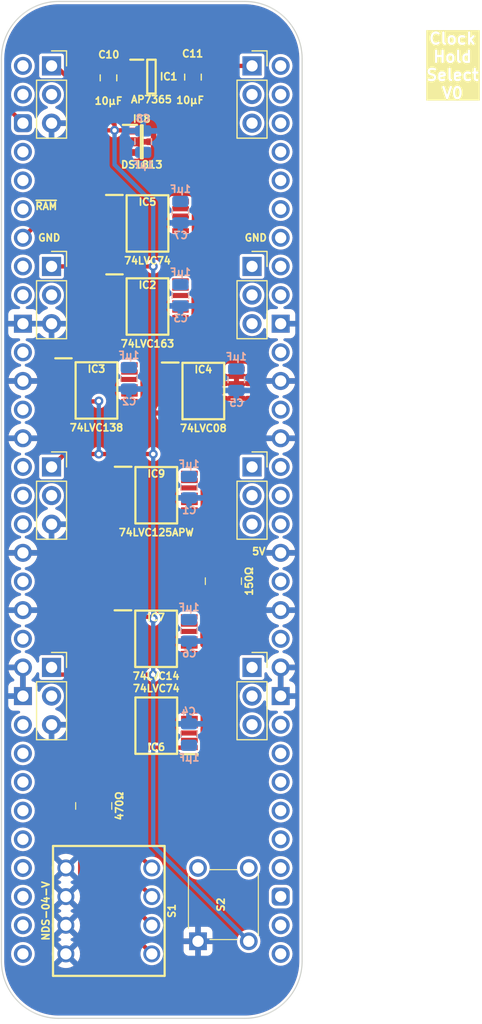
<source format=kicad_pcb>
(kicad_pcb (version 20221018) (generator pcbnew)
  (layers (0 "F.Cu" signal) (31 "B.Cu" signal) (36 "B.SilkS" user "B.Silkscreen") (37 "F.SilkS" user "F.Silkscreen") (38 "B.Mask" user) (39 "F.Mask" user) (44 "Edge.Cuts" user))
  (net 0 "")
  (net 1 "/5V")
  (net 2 "/GND")
  (net 3 "/3.3V")
  (net 5 "/~{Reset}_{2}")
  (net 19 "/CLK_{2}")
  (net 22 "/C1")
  (net 23 "/C0")
  (net 25 "/~{Reset}")
  (net 30 "/~{Y3}")
  (net 31 "/~{Y2}")
  (net 32 "/~{Y1}")
  (net 33 "/~{Y0}")
  (net 34 "/~{Y0}·~{Y2}")
  (net 35 "/~{Y1}·~{Y3}")
  (net 38 "/~{Q}_{0}")
  (net 40 "/~{Q}_{1}")
  (net 42 "/~{Q}_{2}")
  (net 44 "/~{Q}_{3}")
  (net 46 "/Reset")
  (net 49 "/~{CLK}")
  (net 50 "/CLK")
  (net 64 "/CLK1")
  (net 65 "/CLK2")
  (net 66 "/CLK3")
  (net 67 "/R1")
  (net 68 "/R2")
  (net 69 "/R3")
  (net 70 "/R4")
  (net 91 "/~{Reset}_{OUT}")
  (net 93 "Net-(IC9-1Y)")
  (net 94 "Net-(IC9-2Y)")
  (net 95 "Net-(IC9-3Y)")
  (net 96 "Net-(IC9-4Y)")
  (net 97 "/CLK4")
  (footprint "SamacSys_Parts:C_0805" (layer "F.Cu") (at 96.49 59.497)
    (fp_text reference "C10" (at 0.027 -2.075) (layer "F.SilkS") (effects (font (size 0.635 0.635))))
    (fp_text value "10µF" (at 0 2.032) (layer "F.SilkS") (effects (font (size 0.635 0.635))))
    (pad "1" smd roundrect (at 0 0.934 90) (size 1 1.45) (layers "F.Cu" "F.Paste" "F.Mask") (net 1 "/5V"))
    (pad "2" smd roundrect (at 0 -0.966 90) (size 1 1.45) (layers "F.Cu" "F.Paste" "F.Mask") (net 2 "/GND"))
  )
  (footprint "Connector_PinSocket_2.54mm:PinSocket_1x03_P2.54mm_Vertical" (layer "F.Cu") (at 109.22 93.98)
    (fp_text reference "J7" hide)
    (fp_text value "Conn_01x03_Socket")
    (pad "1" thru_hole rect (at 0 0) (size 1.7 1.7) (drill 1) (layers "*.Cu" "*.Mask") (net 3 "/3.3V"))
    (pad "2" thru_hole oval (at 0 2.54) (size 1.7 1.7) (drill 1) (layers "*.Cu" "*.Mask"))
    (pad "3" thru_hole oval (at 0 5.08) (size 1.7 1.7) (drill 1) (layers "*.Cu" "*.Mask") (net 66 "/CLK3"))
  )
  (footprint "SamacSys_Parts:SOT95P285X130-5N" (layer "F.Cu") (at 100.3 59.37)
    (fp_text reference "IC1" (at 1.524 0) (layer "F.SilkS") (effects (font (size 0.635 0.635))))
    (fp_text value "AP7365-33WG-7" hide)
    (fp_text user "${Silkscreen}" (at 0 2.032) (layer "F.SilkS") (effects (font (size 0.635 0.635))))
    (pad "1" smd rect (at -1.3 -0.95 90) (size 0.6 1.15) (layers "F.Cu" "F.Paste" "F.Mask") (net 1 "/5V"))
    (pad "2" smd rect (at -1.3 0 90) (size 0.6 1.15) (layers "F.Cu" "F.Paste" "F.Mask") (net 2 "/GND"))
    (pad "3" smd rect (at -1.3 0.95 90) (size 0.6 1.15) (layers "F.Cu" "F.Paste" "F.Mask") (net 1 "/5V"))
    (pad "4" smd rect (at 1.3 0.95 90) (size 0.6 1.15) (layers "F.Cu" "F.Paste" "F.Mask"))
    (pad "5" smd rect (at 1.3 -0.95 90) (size 0.6 1.15) (layers "F.Cu" "F.Paste" "F.Mask") (net 3 "/3.3V"))
  )
  (footprint "SamacSys_Parts:DIP-64_Board_W22.86mm" (layer "F.Cu") (at 88.9 58.42)
    (fp_text reference "J1" hide)
    (fp_text value "Conn_02x32_Counter_Clockwise")
    (fp_line (start -1.905 -0.635) (end -1.905 79.375) (stroke (width 0.1)) (layer "Edge.Cuts"))
    (fp_line (start 19.685 -5.715) (end 3.175 -5.715) (stroke (width 0.1)) (layer "Edge.Cuts"))
    (fp_line (start 19.685 84.455) (end 3.175 84.455) (stroke (width 0.1)) (layer "Edge.Cuts"))
    (fp_line (start 24.765 79.375) (end 24.765 -0.635) (stroke (width 0.1)) (layer "Edge.Cuts"))
    (fp_arc (start -1.905 -0.635) (mid -0.417102 -4.227102) (end 3.175 -5.715) (stroke (width 0.1)) (layer "Edge.Cuts"))
    (fp_arc (start 3.175 84.455) (mid -0.417102 82.967102) (end -1.905 79.375) (stroke (width 0.1)) (layer "Edge.Cuts"))
    (fp_arc (start 19.685 -5.715) (mid 23.277102 -4.227102) (end 24.765 -0.635) (stroke (width 0.1)) (layer "Edge.Cuts"))
    (fp_arc (start 24.765 79.375) (mid 23.277102 82.967102) (end 19.685 84.455) (stroke (width 0.1)) (layer "Edge.Cuts"))
    (pad "1" thru_hole oval (at 0 0) (size 1.6 1.6) (drill 1) (layers "*.Cu" "*.Mask"))
    (pad "2" thru_hole oval (at 0 2.54) (size 1.6 1.6) (drill 1) (layers "*.Cu" "*.Mask"))
    (pad "3" thru_hole roundrect (at 0 5.08) (size 1.6 1.6) (drill 1) (layers "*.Cu" "*.Mask") (net 1 "/5V"))
    (pad "4" thru_hole oval (at 0 7.62) (size 1.6 1.6) (drill 1) (layers "*.Cu" "*.Mask"))
    (pad "5" thru_hole oval (at 0 10.16) (size 1.6 1.6) (drill 1) (layers "*.Cu" "*.Mask"))
    (pad "6" thru_hole oval (at 0 12.7) (size 1.6 1.6) (drill 1) (layers "*.Cu" "*.Mask"))
    (pad "7" thru_hole oval (at 0 15.24) (size 1.6 1.6) (drill 1) (layers "*.Cu" "*.Mask") (net 91 "/~{Reset}_{OUT}"))
    (pad "8" thru_hole oval (at 0 17.78) (size 1.6 1.6) (drill 1) (layers "*.Cu" "*.Mask"))
    (pad "9" thru_hole oval (at 0 20.32) (size 1.6 1.6) (drill 1) (layers "*.Cu" "*.Mask"))
    (pad "10" thru_hole rect (at 0 22.86) (size 1.6 1.6) (drill 1) (layers "*.Cu" "*.Mask") (net 2 "/GND"))
    (pad "11" thru_hole oval (at 0 25.4) (size 1.6 1.6) (drill 1) (layers "*.Cu" "*.Mask") (net 38 "/~{Q}_{0}"))
    (pad "12" thru_hole oval (at 0 27.94) (size 1.6 1.6) (drill 1) (layers "*.Cu" "*.Mask") (net 2 "/GND"))
    (pad "13" thru_hole oval (at 0 30.48) (size 1.6 1.6) (drill 1) (layers "*.Cu" "*.Mask") (net 33 "/~{Y0}"))
    (pad "14" thru_hole oval (at 0 33.02) (size 1.6 1.6) (drill 1) (layers "*.Cu" "*.Mask") (net 2 "/GND"))
    (pad "15" thru_hole oval (at 0 35.56) (size 1.6 1.6) (drill 1) (layers "*.Cu" "*.Mask"))
    (pad "16" thru_hole oval (at 0 38.1) (size 1.6 1.6) (drill 1) (layers "*.Cu" "*.Mask"))
    (pad "17" thru_hole oval (at 0 40.64) (size 1.6 1.6) (drill 1) (layers "*.Cu" "*.Mask"))
    (pad "18" thru_hole oval (at 0 43.18) (size 1.6 1.6) (drill 1) (layers "*.Cu" "*.Mask") (net 2 "/GND"))
    (pad "19" thru_hole oval (at 0 45.72) (size 1.6 1.6) (drill 1) (layers "*.Cu" "*.Mask") (net 30 "/~{Y3}"))
    (pad "20" thru_hole oval (at 0 48.26) (size 1.6 1.6) (drill 1) (layers "*.Cu" "*.Mask") (net 2 "/GND"))
    (pad "21" thru_hole oval (at 0 50.8) (size 1.6 1.6) (drill 1) (layers "*.Cu" "*.Mask") (net 44 "/~{Q}_{3}"))
    (pad "22" thru_hole oval (at 0 53.34) (size 1.6 1.6) (drill 1) (layers "*.Cu" "*.Mask") (net 2 "/GND"))
    (pad "23" thru_hole rect (at 0 55.88) (size 1.6 1.6) (drill 1) (layers "*.Cu" "*.Mask") (net 2 "/GND"))
    (pad "24" thru_hole oval (at 0 58.42) (size 1.6 1.6) (drill 1) (layers "*.Cu" "*.Mask"))
    (pad "25" thru_hole oval (at 0 60.96) (size 1.6 1.6) (drill 1) (layers "*.Cu" "*.Mask"))
    (pad "26" thru_hole oval (at 0 63.5) (size 1.6 1.6) (drill 1) (layers "*.Cu" "*.Mask"))
    (pad "27" thru_hole oval (at 0 66.04) (size 1.6 1.6) (drill 1) (layers "*.Cu" "*.Mask"))
    (pad "28" thru_hole oval (at 0 68.58) (size 1.6 1.6) (drill 1) (layers "*.Cu" "*.Mask"))
    (pad "29" thru_hole oval (at 0 71.12) (size 1.6 1.6) (drill 1) (layers "*.Cu" "*.Mask"))
    (pad "30" thru_hole oval (at 0 73.66) (size 1.6 1.6) (drill 1) (layers "*.Cu" "*.Mask"))
    (pad "31" thru_hole oval (at 0 76.2) (size 1.6 1.6) (drill 1) (layers "*.Cu" "*.Mask"))
    (pad "32" thru_hole oval (at 0 78.74) (size 1.6 1.6) (drill 1) (layers "*.Cu" "*.Mask"))
    (pad "33" thru_hole oval (at 22.86 78.74) (size 1.6 1.6) (drill 1) (layers "*.Cu" "*.Mask"))
    (pad "34" thru_hole oval (at 22.86 76.2) (size 1.6 1.6) (drill 1) (layers "*.Cu" "*.Mask"))
    (pad "35" thru_hole roundrect (at 22.86 73.66) (size 1.6 1.6) (drill 1) (layers "*.Cu" "*.Mask") (net 1 "/5V"))
    (pad "36" thru_hole oval (at 22.86 71.12) (size 1.6 1.6) (drill 1) (layers "*.Cu" "*.Mask"))
    (pad "37" thru_hole oval (at 22.86 68.58) (size 1.6 1.6) (drill 1) (layers "*.Cu" "*.Mask"))
    (pad "38" thru_hole oval (at 22.86 66.04) (size 1.6 1.6) (drill 1) (layers "*.Cu" "*.Mask"))
    (pad "39" thru_hole oval (at 22.86 63.5) (size 1.6 1.6) (drill 1) (layers "*.Cu" "*.Mask"))
    (pad "40" thru_hole oval (at 22.86 60.96) (size 1.6 1.6) (drill 1) (layers "*.Cu" "*.Mask"))
    (pad "41" thru_hole oval (at 22.86 58.42) (size 1.6 1.6) (drill 1) (layers "*.Cu" "*.Mask"))
    (pad "42" thru_hole rect (at 22.86 55.88) (size 1.6 1.6) (drill 1) (layers "*.Cu" "*.Mask") (net 2 "/GND"))
    (pad "43" thru_hole oval (at 22.86 53.34) (size 1.6 1.6) (drill 1) (layers "*.Cu" "*.Mask") (net 2 "/GND"))
    (pad "44" thru_hole oval (at 22.86 50.8) (size 1.6 1.6) (drill 1) (layers "*.Cu" "*.Mask") (net 42 "/~{Q}_{2}"))
    (pad "45" thru_hole oval (at 22.86 48.26) (size 1.6 1.6) (drill 1) (layers "*.Cu" "*.Mask") (net 2 "/GND"))
    (pad "46" thru_hole oval (at 22.86 45.72) (size 1.6 1.6) (drill 1) (layers "*.Cu" "*.Mask") (net 31 "/~{Y2}"))
    (pad "47" thru_hole oval (at 22.86 43.18) (size 1.6 1.6) (drill 1) (layers "*.Cu" "*.Mask") (net 2 "/GND"))
    (pad "48" thru_hole oval (at 22.86 40.64) (size 1.6 1.6) (drill 1) (layers "*.Cu" "*.Mask"))
    (pad "49" thru_hole oval (at 22.86 38.1) (size 1.6 1.6) (drill 1) (layers "*.Cu" "*.Mask"))
    (pad "50" thru_hole oval (at 22.86 35.56) (size 1.6 1.6) (drill 1) (layers "*.Cu" "*.Mask"))
    (pad "51" thru_hole oval (at 22.86 33.02) (size 1.6 1.6) (drill 1) (layers "*.Cu" "*.Mask") (net 2 "/GND"))
    (pad "52" thru_hole oval (at 22.86 30.48) (size 1.6 1.6) (drill 1) (layers "*.Cu" "*.Mask") (net 32 "/~{Y1}"))
    (pad "53" thru_hole oval (at 22.86 27.94) (size 1.6 1.6) (drill 1) (layers "*.Cu" "*.Mask") (net 2 "/GND"))
    (pad "54" thru_hole oval (at 22.86 25.4) (size 1.6 1.6) (drill 1) (layers "*.Cu" "*.Mask") (net 40 "/~{Q}_{1}"))
    (pad "55" thru_hole rect (at 22.86 22.86) (size 1.6 1.6) (drill 1) (layers "*.Cu" "*.Mask") (net 2 "/GND"))
    (pad "56" thru_hole oval (at 22.86 20.32) (size 1.6 1.6) (drill 1) (layers "*.Cu" "*.Mask"))
    (pad "57" thru_hole oval (at 22.86 17.78) (size 1.6 1.6) (drill 1) (layers "*.Cu" "*.Mask"))
    (pad "58" thru_hole oval (at 22.86 15.24) (size 1.6 1.6) (drill 1) (layers "*.Cu" "*.Mask"))
    (pad "59" thru_hole oval (at 22.86 12.7) (size 1.6 1.6) (drill 1) (layers "*.Cu" "*.Mask"))
    (pad "60" thru_hole oval (at 22.86 10.16) (size 1.6 1.6) (drill 1) (layers "*.Cu" "*.Mask"))
    (pad "61" thru_hole oval (at 22.86 7.62) (size 1.6 1.6) (drill 1) (layers "*.Cu" "*.Mask"))
    (pad "62" thru_hole oval (at 22.86 5.08) (size 1.6 1.6) (drill 1) (layers "*.Cu" "*.Mask"))
    (pad "63" thru_hole oval (at 22.86 2.54) (size 1.6 1.6) (drill 1) (layers "*.Cu" "*.Mask"))
    (pad "64" thru_hole oval (at 22.86 0) (size 1.6 1.6) (drill 1) (layers "*.Cu" "*.Mask"))
  )
  (footprint "SamacSys_Parts:SOP65P640X110-16N" (layer "F.Cu") (at 95.42385 87.1982)
    (fp_text reference "IC3" (at 0 -1.905) (layer "F.SilkS") (effects (font (size 0.635 0.635))))
    (fp_text value "74LVC138APW-Q100J" hide)
    (fp_text user "${Silkscreen}" (at 0 3.302) (layer "F.SilkS") (effects (font (size 0.635 0.635))))
    (pad "1" smd rect (at -2.925 -2.275 90) (size 0.45 1.45) (layers "F.Cu" "F.Paste" "F.Mask") (net 23 "/C0"))
    (pad "2" smd rect (at -2.925 -1.625 90) (size 0.45 1.45) (layers "F.Cu" "F.Paste" "F.Mask") (net 22 "/C1"))
    (pad "3" smd rect (at -2.925 -0.975 90) (size 0.45 1.45) (layers "F.Cu" "F.Paste" "F.Mask") (net 2 "/GND"))
    (pad "4" smd rect (at -2.925 -0.325 90) (size 0.45 1.45) (layers "F.Cu" "F.Paste" "F.Mask") (net 2 "/GND"))
    (pad "5" smd rect (at -2.925 0.325 90) (size 0.45 1.45) (layers "F.Cu" "F.Paste" "F.Mask") (net 2 "/GND"))
    (pad "6" smd rect (at -2.925 0.975 90) (size 0.45 1.45) (layers "F.Cu" "F.Paste" "F.Mask") (net 25 "/~{Reset}"))
    (pad "7" smd rect (at -2.925 1.625 90) (size 0.45 1.45) (layers "F.Cu" "F.Paste" "F.Mask"))
    (pad "8" smd rect (at -2.925 2.275 90) (size 0.45 1.45) (layers "F.Cu" "F.Paste" "F.Mask") (net 2 "/GND"))
    (pad "9" smd rect (at 2.925 2.275 90) (size 0.45 1.45) (layers "F.Cu" "F.Paste" "F.Mask"))
    (pad "10" smd rect (at 2.925 1.625 90) (size 0.45 1.45) (layers "F.Cu" "F.Paste" "F.Mask"))
    (pad "11" smd rect (at 2.925 0.975 90) (size 0.45 1.45) (layers "F.Cu" "F.Paste" "F.Mask"))
    (pad "12" smd rect (at 2.925 0.325 90) (size 0.45 1.45) (layers "F.Cu" "F.Paste" "F.Mask") (net 30 "/~{Y3}"))
    (pad "13" smd rect (at 2.925 -0.325 90) (size 0.45 1.45) (layers "F.Cu" "F.Paste" "F.Mask") (net 31 "/~{Y2}"))
    (pad "14" smd rect (at 2.925 -0.975 90) (size 0.45 1.45) (layers "F.Cu" "F.Paste" "F.Mask") (net 32 "/~{Y1}"))
    (pad "15" smd rect (at 2.925 -1.625 90) (size 0.45 1.45) (layers "F.Cu" "F.Paste" "F.Mask") (net 33 "/~{Y0}"))
    (pad "16" smd rect (at 2.925 -2.275 90) (size 0.45 1.45) (layers "F.Cu" "F.Paste" "F.Mask") (net 3 "/3.3V"))
  )
  (footprint "SamacSys_Parts:CAY16-J4" (layer "F.Cu") (at 95.18 124.069 90)
    (fp_text reference "RN1" hide)
    (fp_text value "CAY16-471J4LF" hide)
    (fp_text user "${Silkscreen}" (at 0.029 2.286 270) (layer "F.SilkS") (effects (font (size 0.635 0.635))))
    (pad "1" smd rect (at 0.879 1.2 180) (size 0.45 0.9) (layers "F.Cu" "F.Paste" "F.Mask") (net 3 "/3.3V"))
    (pad "2" smd rect (at 0.879 0.4 180) (size 0.45 0.9) (layers "F.Cu" "F.Paste" "F.Mask") (net 3 "/3.3V"))
    (pad "3" smd rect (at 0.879 -0.4 180) (size 0.45 0.9) (layers "F.Cu" "F.Paste" "F.Mask") (net 3 "/3.3V"))
    (pad "4" smd rect (at 0.879 -1.2 180) (size 0.45 0.9) (layers "F.Cu" "F.Paste" "F.Mask") (net 3 "/3.3V"))
    (pad "5" smd rect (at -0.821 -1.2 180) (size 0.45 0.9) (layers "F.Cu" "F.Paste" "F.Mask") (net 70 "/R4"))
    (pad "6" smd rect (at -0.821 -0.4 180) (size 0.45 0.9) (layers "F.Cu" "F.Paste" "F.Mask") (net 69 "/R3"))
    (pad "7" smd rect (at -0.821 0.4 180) (size 0.45 0.9) (layers "F.Cu" "F.Paste" "F.Mask") (net 68 "/R2"))
    (pad "8" smd rect (at -0.821 1.2 180) (size 0.45 0.9) (layers "F.Cu" "F.Paste" "F.Mask") (net 67 "/R1"))
  )
  (footprint "NetTie:NetTie-2_SMD_Pad0.5mm" (layer "F.Cu") (at 95.25 64.135 180)
    (fp_text reference "NT1" hide)
    (fp_text value "NetTie_2" hide)
    (fp_poly (pts (xy -0.5 -0.25) (xy 0.5 -0.25) (xy 0.5 0.25) (xy -0.5 0.25)) (fill solid) (layer "F.Cu"))
    (pad "1" smd circle (at -0.5 0 180) (size 0.5 0.5) (layers "F.Cu") (net 25 "/~{Reset}"))
    (pad "2" smd circle (at 0.5 0 180) (size 0.5 0.5) (layers "F.Cu") (net 91 "/~{Reset}_{OUT}"))
  )
  (footprint "SamacSys_Parts:SOP65P640X110-14N" (layer "F.Cu") (at 104.902 87.249)
    (fp_text reference "IC4" (at 0 -1.905) (layer "F.SilkS") (effects (font (size 0.635 0.635))))
    (fp_text value "74LVC08APW,112" hide)
    (fp_text user "${Silkscreen}" (at 0 3.302) (layer "F.SilkS") (effects (font (size 0.635 0.635))))
    (pad "1" smd rect (at -2.938 -1.95 90) (size 0.45 1.475) (layers "F.Cu" "F.Paste" "F.Mask") (net 33 "/~{Y0}"))
    (pad "2" smd rect (at -2.938 -1.3 90) (size 0.45 1.475) (layers "F.Cu" "F.Paste" "F.Mask") (net 31 "/~{Y2}"))
    (pad "3" smd rect (at -2.938 -0.65 90) (size 0.45 1.475) (layers "F.Cu" "F.Paste" "F.Mask") (net 34 "/~{Y0}·~{Y2}"))
    (pad "4" smd rect (at -2.938 0 90) (size 0.45 1.475) (layers "F.Cu" "F.Paste" "F.Mask") (net 32 "/~{Y1}"))
    (pad "5" smd rect (at -2.938 0.65 90) (size 0.45 1.475) (layers "F.Cu" "F.Paste" "F.Mask") (net 30 "/~{Y3}"))
    (pad "6" smd rect (at -2.938 1.3 90) (size 0.45 1.475) (layers "F.Cu" "F.Paste" "F.Mask") (net 35 "/~{Y1}·~{Y3}"))
    (pad "7" smd rect (at -2.938 1.95 90) (size 0.45 1.475) (layers "F.Cu" "F.Paste" "F.Mask") (net 2 "/GND"))
    (pad "8" smd rect (at 2.938 1.95 90) (size 0.45 1.475) (layers "F.Cu" "F.Paste" "F.Mask"))
    (pad "9" smd rect (at 2.938 1.3 90) (size 0.45 1.475) (layers "F.Cu" "F.Paste" "F.Mask") (net 2 "/GND"))
    (pad "10" smd rect (at 2.938 0.65 90) (size 0.45 1.475) (layers "F.Cu" "F.Paste" "F.Mask") (net 2 "/GND"))
    (pad "11" smd rect (at 2.938 0 90) (size 0.45 1.475) (layers "F.Cu" "F.Paste" "F.Mask"))
    (pad "12" smd rect (at 2.938 -0.65 90) (size 0.45 1.475) (layers "F.Cu" "F.Paste" "F.Mask") (net 2 "/GND"))
    (pad "13" smd rect (at 2.938 -1.3 90) (size 0.45 1.475) (layers "F.Cu" "F.Paste" "F.Mask") (net 2 "/GND"))
    (pad "14" smd rect (at 2.938 -1.95 90) (size 0.45 1.475) (layers "F.Cu" "F.Paste" "F.Mask") (net 3 "/3.3V"))
  )
  (footprint "Connector_PinSocket_2.54mm:PinSocket_1x03_P2.54mm_Vertical" (layer "F.Cu") (at 109.22 111.76)
    (fp_text reference "J9" hide)
    (fp_text value "Conn_01x03_Socket")
    (pad "1" thru_hole rect (at 0 0) (size 1.7 1.7) (drill 1) (layers "*.Cu" "*.Mask") (net 3 "/3.3V"))
    (pad "2" thru_hole oval (at 0 2.54) (size 1.7 1.7) (drill 1) (layers "*.Cu" "*.Mask"))
    (pad "3" thru_hole oval (at 0 5.08) (size 1.7 1.7) (drill 1) (layers "*.Cu" "*.Mask") (net 97 "/CLK4"))
  )
  (footprint "Connector_PinSocket_2.54mm:PinSocket_1x03_P2.54mm_Vertical" (layer "F.Cu") (at 91.44 93.98)
    (fp_text reference "J6" hide)
    (fp_text value "Conn_01x03_Socket")
    (pad "1" thru_hole rect (at 0 0) (size 1.7 1.7) (drill 1) (layers "*.Cu" "*.Mask") (net 25 "/~{Reset}"))
    (pad "2" thru_hole oval (at 0 2.54) (size 1.7 1.7) (drill 1) (layers "*.Cu" "*.Mask"))
    (pad "3" thru_hole oval (at 0 5.08) (size 1.7 1.7) (drill 1) (layers "*.Cu" "*.Mask") (net 2 "/GND"))
  )
  (footprint "SamacSys_Parts:SOP65P640X110-16N" (layer "F.Cu") (at 99.949 79.756)
    (fp_text reference "IC2" (at 0 -1.905) (layer "F.SilkS") (effects (font (size 0.635 0.635))))
    (fp_text value "74LVC163PW,118" hide)
    (fp_text user "${Silkscreen}" (at 0 3.302) (layer "F.SilkS") (effects (font (size 0.635 0.635))))
    (pad "1" smd rect (at -2.925 -2.275 90) (size 0.45 1.45) (layers "F.Cu" "F.Paste" "F.Mask") (net 5 "/~{Reset}_{2}"))
    (pad "2" smd rect (at -2.925 -1.625 90) (size 0.45 1.45) (layers "F.Cu" "F.Paste" "F.Mask") (net 19 "/CLK_{2}"))
    (pad "3" smd rect (at -2.925 -0.975 90) (size 0.45 1.45) (layers "F.Cu" "F.Paste" "F.Mask") (net 2 "/GND"))
    (pad "4" smd rect (at -2.925 -0.325 90) (size 0.45 1.45) (layers "F.Cu" "F.Paste" "F.Mask") (net 2 "/GND"))
    (pad "5" smd rect (at -2.925 0.325 90) (size 0.45 1.45) (layers "F.Cu" "F.Paste" "F.Mask") (net 2 "/GND"))
    (pad "6" smd rect (at -2.925 0.975 90) (size 0.45 1.45) (layers "F.Cu" "F.Paste" "F.Mask") (net 2 "/GND"))
    (pad "7" smd rect (at -2.925 1.625 90) (size 0.45 1.45) (layers "F.Cu" "F.Paste" "F.Mask") (net 3 "/3.3V"))
    (pad "8" smd rect (at -2.925 2.275 90) (size 0.45 1.45) (layers "F.Cu" "F.Paste" "F.Mask") (net 2 "/GND"))
    (pad "9" smd rect (at 2.925 2.275 90) (size 0.45 1.45) (layers "F.Cu" "F.Paste" "F.Mask") (net 3 "/3.3V"))
    (pad "10" smd rect (at 2.925 1.625 90) (size 0.45 1.45) (layers "F.Cu" "F.Paste" "F.Mask") (net 3 "/3.3V"))
    (pad "11" smd rect (at 2.925 0.975 90) (size 0.45 1.45) (layers "F.Cu" "F.Paste" "F.Mask"))
    (pad "12" smd rect (at 2.925 0.325 90) (size 0.45 1.45) (layers "F.Cu" "F.Paste" "F.Mask"))
    (pad "13" smd rect (at 2.925 -0.325 90) (size 0.45 1.45) (layers "F.Cu" "F.Paste" "F.Mask") (net 22 "/C1"))
    (pad "14" smd rect (at 2.925 -0.975 90) (size 0.45 1.45) (layers "F.Cu" "F.Paste" "F.Mask") (net 23 "/C0"))
    (pad "15" smd rect (at 2.925 -1.625 90) (size 0.45 1.45) (layers "F.Cu" "F.Paste" "F.Mask"))
    (pad "16" smd rect (at 2.925 -2.275 90) (size 0.45 1.45) (layers "F.Cu" "F.Paste" "F.Mask") (net 3 "/3.3V"))
  )
  (footprint "SamacSys_Parts:CAY16-J4" (layer "F.Cu") (at 106.68 104.14 90)
    (fp_text reference "RN2" hide)
    (fp_text value "CAY16-151J4LF" hide)
    (fp_text user "${Silkscreen}" (at 0.029 2.286 90) (layer "F.SilkS") (effects (font (size 0.635 0.635))))
    (pad "1" smd rect (at 0.879 1.2 180) (size 0.45 0.9) (layers "F.Cu" "F.Paste" "F.Mask") (net 93 "Net-(IC9-1Y)"))
    (pad "2" smd rect (at 0.879 0.4 180) (size 0.45 0.9) (layers "F.Cu" "F.Paste" "F.Mask") (net 94 "Net-(IC9-2Y)"))
    (pad "3" smd rect (at 0.879 -0.4 180) (size 0.45 0.9) (layers "F.Cu" "F.Paste" "F.Mask") (net 95 "Net-(IC9-3Y)"))
    (pad "4" smd rect (at 0.879 -1.2 180) (size 0.45 0.9) (layers "F.Cu" "F.Paste" "F.Mask") (net 96 "Net-(IC9-4Y)"))
    (pad "5" smd rect (at -0.821 -1.2 180) (size 0.45 0.9) (layers "F.Cu" "F.Paste" "F.Mask") (net 50 "/CLK"))
    (pad "6" smd rect (at -0.821 -0.4 180) (size 0.45 0.9) (layers "F.Cu" "F.Paste" "F.Mask") (net 50 "/CLK"))
    (pad "7" smd rect (at -0.821 0.4 180) (size 0.45 0.9) (layers "F.Cu" "F.Paste" "F.Mask") (net 50 "/CLK"))
    (pad "8" smd rect (at -0.821 1.2 180) (size 0.45 0.9) (layers "F.Cu" "F.Paste" "F.Mask") (net 50 "/CLK"))
  )
  (footprint "SamacSys_Parts:NDS04V" (layer "F.Cu") (at 92.71 129.54 -90)
    (fp_text reference "S1" (at 3.81 -9.398 -90) (layer "F.SilkS") (effects (font (size 0.635 0.635))))
    (fp_text value "NDS-04-V" (at 3.81 1.778 -90) (layer "F.SilkS") (effects (font (size 0.635 0.635))))
    (pad "1" thru_hole circle (at 0 0 270) (size 1.509 1.509) (drill 1) (layers "*.Cu" "*.Mask") (net 2 "/GND"))
    (pad "2" thru_hole circle (at 2.54 0 270) (size 1.509 1.509) (drill 1) (layers "*.Cu" "*.Mask") (net 2 "/GND"))
    (pad "3" thru_hole circle (at 5.08 0 270) (size 1.509 1.509) (drill 1) (layers "*.Cu" "*.Mask") (net 2 "/GND"))
    (pad "4" thru_hole circle (at 7.62 0 270) (size 1.509 1.509) (drill 1) (layers "*.Cu" "*.Mask") (net 2 "/GND"))
    (pad "5" thru_hole circle (at 7.62 -7.62 270) (size 1.509 1.509) (drill 1) (layers "*.Cu" "*.Mask") (net 70 "/R4"))
    (pad "6" thru_hole circle (at 5.08 -7.62 270) (size 1.509 1.509) (drill 1) (layers "*.Cu" "*.Mask") (net 69 "/R3"))
    (pad "7" thru_hole circle (at 2.54 -7.62 270) (size 1.509 1.509) (drill 1) (layers "*.Cu" "*.Mask") (net 68 "/R2"))
    (pad "8" thru_hole circle (at 0 -7.62 270) (size 1.509 1.509) (drill 1) (layers "*.Cu" "*.Mask") (net 67 "/R1"))
  )
  (footprint "SamacSys_Parts:C_0805" (layer "F.Cu") (at 103.983 59.431)
    (fp_text reference "C11" (at -0.03 -2.093) (layer "F.SilkS") (effects (font (size 0.635 0.635))))
    (fp_text value "10µF" (at -0.254 2.032) (layer "F.SilkS") (effects (font (size 0.635 0.635))))
    (pad "1" smd roundrect (at 0 0.934 90) (size 1 1.45) (layers "F.Cu" "F.Paste" "F.Mask") (net 3 "/3.3V"))
    (pad "2" smd roundrect (at 0 -0.966 90) (size 1 1.45) (layers "F.Cu" "F.Paste" "F.Mask") (net 2 "/GND"))
  )
  (footprint "Connector_PinSocket_2.54mm:PinSocket_1x03_P2.54mm_Vertical" (layer "F.Cu") (at 109.22 76.2)
    (fp_text reference "J5" hide)
    (fp_text value "Conn_01x03_Socket")
    (pad "1" thru_hole rect (at 0 0) (size 1.7 1.7) (drill 1) (layers "*.Cu" "*.Mask") (net 3 "/3.3V"))
    (pad "2" thru_hole oval (at 0 2.54) (size 1.7 1.7) (drill 1) (layers "*.Cu" "*.Mask"))
    (pad "3" thru_hole oval (at 0 5.08) (size 1.7 1.7) (drill 1) (layers "*.Cu" "*.Mask") (net 65 "/CLK2"))
  )
  (footprint "Connector_PinSocket_2.54mm:PinSocket_1x03_P2.54mm_Vertical" (layer "F.Cu") (at 91.44 58.42)
    (fp_text reference "J2" hide)
    (fp_text value "Conn_01x03_Socket")
    (pad "1" thru_hole rect (at 0 0) (size 1.7 1.7) (drill 1) (layers "*.Cu" "*.Mask") (net 25 "/~{Reset}"))
    (pad "2" thru_hole oval (at 0 2.54) (size 1.7 1.7) (drill 1) (layers "*.Cu" "*.Mask"))
    (pad "3" thru_hole oval (at 0 5.08) (size 1.7 1.7) (drill 1) (layers "*.Cu" "*.Mask") (net 2 "/GND"))
  )
  (footprint "SamacSys_Parts:DTS62NV" (layer "F.Cu") (at 104.43 136.04 90)
    (fp_text reference "S2" (at 3.25 2.032 90) (layer "F.SilkS") (effects (font (size 0.635 0.635) (thickness 0.15) bold)))
    (fp_text value "DTS-62N-V" hide)
    (pad "1" thru_hole rect (at 0 0 90) (size 1.575 1.575) (drill 1) (layers "*.Cu" "*.Mask") (net 2 "/GND"))
    (pad "2" thru_hole circle (at 6.5 0 90) (size 1.575 1.575) (drill 1) (layers "*.Cu" "*.Mask"))
    (pad "3" thru_hole circle (at 0 4.5 90) (size 1.575 1.575) (drill 1) (layers "*.Cu" "*.Mask") (net 25 "/~{Reset}"))
    (pad "4" thru_hole circle (at 6.5 4.5 90) (size 1.575 1.575) (drill 1) (layers "*.Cu" "*.Mask"))
  )
  (footprint "SamacSys_Parts:SOP65P640X110-14N" (layer "F.Cu") (at 100.728 116.922 180)
    (fp_text reference "IC6" (at 0 -1.905 180) (layer "F.SilkS") (effects (font (size 0.635 0.635))))
    (fp_text value "74LVC74APW,118" hide)
    (fp_text user "${Silkscreen}" (at 0 3.302 180) (layer "F.SilkS") (effects (font (size 0.635 0.635))))
    (pad "1" smd rect (at -2.938 -1.95 270) (size 0.45 1.475) (layers "F.Cu" "F.Paste" "F.Mask") (net 3 "/3.3V"))
    (pad "2" smd rect (at -2.938 -1.3 270) (size 0.45 1.475) (layers "F.Cu" "F.Paste" "F.Mask") (net 42 "/~{Q}_{2}"))
    (pad "3" smd rect (at -2.938 -0.65 270) (size 0.45 1.475) (layers "F.Cu" "F.Paste" "F.Mask") (net 34 "/~{Y0}·~{Y2}"))
    (pad "4" smd rect (at -2.938 0 270) (size 0.45 1.475) (layers "F.Cu" "F.Paste" "F.Mask") (net 5 "/~{Reset}_{2}"))
    (pad "5" smd rect (at -2.938 0.65 270) (size 0.45 1.475) (layers "F.Cu" "F.Paste" "F.Mask"))
    (pad "6" smd rect (at -2.938 1.3 270) (size 0.45 1.475) (layers "F.Cu" "F.Paste" "F.Mask") (net 42 "/~{Q}_{2}"))
    (pad "7" smd rect (at -2.938 1.95 270) (size 0.45 1.475) (layers "F.Cu" "F.Paste" "F.Mask") (net 2 "/GND"))
    (pad "8" smd rect (at 2.938 1.95 270) (size 0.45 1.475) (layers "F.Cu" "F.Paste" "F.Mask") (net 44 "/~{Q}_{3}"))
    (pad "9" smd rect (at 2.938 1.3 270) (size 0.45 1.475) (layers "F.Cu" "F.Paste" "F.Mask"))
    (pad "10" smd rect (at 2.938 0.65 270) (size 0.45 1.475) (layers "F.Cu" "F.Paste" "F.Mask") (net 5 "/~{Reset}_{2}"))
    (pad "11" smd rect (at 2.938 0 270) (size 0.45 1.475) (layers "F.Cu" "F.Paste" "F.Mask") (net 35 "/~{Y1}·~{Y3}"))
    (pad "12" smd rect (at 2.938 -0.65 270) (size 0.45 1.475) (layers "F.Cu" "F.Paste" "F.Mask") (net 44 "/~{Q}_{3}"))
    (pad "13" smd rect (at 2.938 -1.3 270) (size 0.45 1.475) (layers "F.Cu" "F.Paste" "F.Mask") (net 3 "/3.3V"))
    (pad "14" smd rect (at 2.938 -1.95 270) (size 0.45 1.475) (layers "F.Cu" "F.Paste" "F.Mask") (net 3 "/3.3V"))
  )
  (footprint "Connector_PinSocket_2.54mm:PinSocket_1x03_P2.54mm_Vertical" (layer "F.Cu") (at 91.44 76.2)
    (fp_text reference "J4" hide)
    (fp_text value "Conn_01x03_Socket")
    (pad "1" thru_hole rect (at 0 0) (size 1.7 1.7) (drill 1) (layers "*.Cu" "*.Mask") (net 25 "/~{Reset}"))
    (pad "2" thru_hole oval (at 0 2.54) (size 1.7 1.7) (drill 1) (layers "*.Cu" "*.Mask"))
    (pad "3" thru_hole oval (at 0 5.08) (size 1.7 1.7) (drill 1) (layers "*.Cu" "*.Mask") (net 2 "/GND"))
  )
  (footprint "SamacSys_Parts:SOP65P640X110-14N" (layer "F.Cu") (at 100.711 109.22)
    (fp_text reference "IC7" (at 0 -1.905) (layer "F.SilkS") (effects (font (size 0.635 0.635))))
    (fp_text value "74LVC14APW,118" hide)
    (fp_text user "${Silkscreen}" (at 0 3.302) (layer "F.SilkS") (effects (font (size 0.635 0.635))))
    (pad "1" smd rect (at -2.938 -1.95 90) (size 0.45 1.475) (layers "F.Cu" "F.Paste" "F.Mask") (net 25 "/~{Reset}"))
    (pad "2" smd rect (at -2.938 -1.3 90) (size 0.45 1.475) (layers "F.Cu" "F.Paste" "F.Mask") (net 46 "/Reset"))
    (pad "3" smd rect (at -2.938 -0.65 90) (size 0.45 1.475) (layers "F.Cu" "F.Paste" "F.Mask") (net 46 "/Reset"))
    (pad "4" smd rect (at -2.938 0 90) (size 0.45 1.475) (layers "F.Cu" "F.Paste" "F.Mask") (net 5 "/~{Reset}_{2}"))
    (pad "5" smd rect (at -2.938 0.65 90) (size 0.45 1.475) (layers "F.Cu" "F.Paste" "F.Mask") (net 2 "/GND"))
    (pad "6" smd rect (at -2.938 1.3 90) (size 0.45 1.475) (layers "F.Cu" "F.Paste" "F.Mask"))
    (pad "7" smd rect (at -2.938 1.95 90) (size 0.45 1.475) (layers "F.Cu" "F.Paste" "F.Mask") (net 2 "/GND"))
    (pad "8" smd rect (at 2.938 1.95 90) (size 0.45 1.475) (layers "F.Cu" "F.Paste" "F.Mask"))
    (pad "9" smd rect (at 2.938 1.3 90) (size 0.45 1.475) (layers "F.Cu" "F.Paste" "F.Mask") (net 2 "/GND"))
    (pad "10" smd rect (at 2.938 0.65 90) (size 0.45 1.475) (layers "F.Cu" "F.Paste" "F.Mask") (net 49 "/~{CLK}"))
    (pad "11" smd rect (at 2.938 0 90) (size 0.45 1.475) (layers "F.Cu" "F.Paste" "F.Mask") (net 50 "/CLK"))
    (pad "12" smd rect (at 2.938 -0.65 90) (size 0.45 1.475) (layers "F.Cu" "F.Paste" "F.Mask") (net 19 "/CLK_{2}"))
    (pad "13" smd rect (at 2.938 -1.3 90) (size 0.45 1.475) (layers "F.Cu" "F.Paste" "F.Mask") (net 49 "/~{CLK}"))
    (pad "14" smd rect (at 2.938 -1.95 90) (size 0.45 1.475) (layers "F.Cu" "F.Paste" "F.Mask") (net 3 "/3.3V"))
  )
  (footprint "SamacSys_Parts:SOP65P640X110-14N" (layer "F.Cu") (at 99.949 72.39)
    (fp_text reference "IC5" (at 0 -1.905) (layer "F.SilkS") (effects (font (size 0.635 0.635))))
    (fp_text value "74LVC74APW,118" hide)
    (fp_text user "${Silkscreen}" (at 0 3.302) (layer "F.SilkS") (effects (font (size 0.635 0.635))))
    (pad "1" smd rect (at -2.938 -1.95 90) (size 0.45 1.475) (layers "F.Cu" "F.Paste" "F.Mask") (net 5 "/~{Reset}_{2}"))
    (pad "2" smd rect (at -2.938 -1.3 90) (size 0.45 1.475) (layers "F.Cu" "F.Paste" "F.Mask") (net 38 "/~{Q}_{0}"))
    (pad "3" smd rect (at -2.938 -0.65 90) (size 0.45 1.475) (layers "F.Cu" "F.Paste" "F.Mask") (net 34 "/~{Y0}·~{Y2}"))
    (pad "4" smd rect (at -2.938 0 90) (size 0.45 1.475) (layers "F.Cu" "F.Paste" "F.Mask") (net 3 "/3.3V"))
    (pad "5" smd rect (at -2.938 0.65 90) (size 0.45 1.475) (layers "F.Cu" "F.Paste" "F.Mask"))
    (pad "6" smd rect (at -2.938 1.3 90) (size 0.45 1.475) (layers "F.Cu" "F.Paste" "F.Mask") (net 38 "/~{Q}_{0}"))
    (pad "7" smd rect (at -2.938 1.95 90) (size 0.45 1.475) (layers "F.Cu" "F.Paste" "F.Mask") (net 2 "/GND"))
    (pad "8" smd rect (at 2.938 1.95 90) (size 0.45 1.475) (layers "F.Cu" "F.Paste" "F.Mask") (net 40 "/~{Q}_{1}"))
    (pad "9" smd rect (at 2.938 1.3 90) (size 0.45 1.475) (layers "F.Cu" "F.Paste" "F.Mask"))
    (pad "10" smd rect (at 2.938 0.65 90) (size 0.45 1.475) (layers "F.Cu" "F.Paste" "F.Mask") (net 3 "/3.3V"))
    (pad "11" smd rect (at 2.938 0 90) (size 0.45 1.475) (layers "F.Cu" "F.Paste" "F.Mask") (net 35 "/~{Y1}·~{Y3}"))
    (pad "12" smd rect (at 2.938 -0.65 90) (size 0.45 1.475) (layers "F.Cu" "F.Paste" "F.Mask") (net 40 "/~{Q}_{1}"))
    (pad "13" smd rect (at 2.938 -1.3 90) (size 0.45 1.475) (layers "F.Cu" "F.Paste" "F.Mask") (net 5 "/~{Reset}_{2}"))
    (pad "14" smd rect (at 2.938 -1.95 90) (size 0.45 1.475) (layers "F.Cu" "F.Paste" "F.Mask") (net 3 "/3.3V"))
  )
  (footprint "SamacSys_Parts:SOP65P640X110-14N" (layer "F.Cu") (at 100.728 96.49)
    (fp_text reference "IC9" (at 0 -1.905) (layer "F.SilkS") (effects (font (size 0.635 0.635))))
    (fp_text value "74LVC125APW-Q100J" hide)
    (fp_text user "${Silkscreen}" (at 0 3.302) (layer "F.SilkS") (effects (font (size 0.635 0.635))))
    (pad "1" smd rect (at -2.938 -1.95 90) (size 0.45 1.475) (layers "F.Cu" "F.Paste" "F.Mask") (net 67 "/R1"))
    (pad "2" smd rect (at -2.938 -1.3 90) (size 0.45 1.475) (layers "F.Cu" "F.Paste" "F.Mask") (net 64 "/CLK1"))
    (pad "3" smd rect (at -2.938 -0.65 90) (size 0.45 1.475) (layers "F.Cu" "F.Paste" "F.Mask") (net 93 "Net-(IC9-1Y)"))
    (pad "4" smd rect (at -2.938 0 90) (size 0.45 1.475) (layers "F.Cu" "F.Paste" "F.Mask") (net 68 "/R2"))
    (pad "5" smd rect (at -2.938 0.65 90) (size 0.45 1.475) (layers "F.Cu" "F.Paste" "F.Mask") (net 65 "/CLK2"))
    (pad "6" smd rect (at -2.938 1.3 90) (size 0.45 1.475) (layers "F.Cu" "F.Paste" "F.Mask") (net 94 "Net-(IC9-2Y)"))
    (pad "7" smd rect (at -2.938 1.95 90) (size 0.45 1.475) (layers "F.Cu" "F.Paste" "F.Mask") (net 2 "/GND"))
    (pad "8" smd rect (at 2.938 1.95 90) (size 0.45 1.475) (layers "F.Cu" "F.Paste" "F.Mask") (net 95 "Net-(IC9-3Y)"))
    (pad "9" smd rect (at 2.938 1.3 90) (size 0.45 1.475) (layers "F.Cu" "F.Paste" "F.Mask") (net 66 "/CLK3"))
    (pad "10" smd rect (at 2.938 0.65 90) (size 0.45 1.475) (layers "F.Cu" "F.Paste" "F.Mask") (net 69 "/R3"))
    (pad "11" smd rect (at 2.938 0 90) (size 0.45 1.475) (layers "F.Cu" "F.Paste" "F.Mask") (net 96 "Net-(IC9-4Y)"))
    (pad "12" smd rect (at 2.938 -0.65 90) (size 0.45 1.475) (layers "F.Cu" "F.Paste" "F.Mask") (net 97 "/CLK4"))
    (pad "13" smd rect (at 2.938 -1.3 90) (size 0.45 1.475) (layers "F.Cu" "F.Paste" "F.Mask") (net 70 "/R4"))
    (pad "14" smd rect (at 2.938 -1.95 90) (size 0.45 1.475) (layers "F.Cu" "F.Paste" "F.Mask") (net 3 "/3.3V"))
  )
  (footprint "SamacSys_Parts:SOT95P237X112-3N" (layer "F.Cu") (at 99.441 65.151)
    (fp_text reference "IC8" (at 0 -2.032) (layer "F.SilkS") (effects (font (size 0.635 0.635))))
    (fp_text value "DS1813R-10+T&R" hide)
    (fp_text user "${Silkscreen}" (at 0 2.032) (layer "F.SilkS") (effects (font (size 0.635 0.635))))
    (pad "1" smd rect (at -1.05 -0.95 90) (size 0.6 1.25) (layers "F.Cu" "F.Paste" "F.Mask") (net 25 "/~{Reset}"))
    (pad "2" smd rect (at -1.05 0.95 90) (size 0.6 1.25) (layers "F.Cu" "F.Paste" "F.Mask") (net 1 "/5V"))
    (pad "3" smd rect (at 1.05 0 90) (size 0.6 1.25) (layers "F.Cu" "F.Paste" "F.Mask") (net 2 "/GND"))
  )
  (footprint "Connector_PinSocket_2.54mm:PinSocket_1x03_P2.54mm_Vertical" (layer "F.Cu") (at 109.22 58.42)
    (fp_text reference "J3" hide)
    (fp_text value "Conn_01x03_Socket")
    (pad "1" thru_hole rect (at 0 0) (size 1.7 1.7) (drill 1) (layers "*.Cu" "*.Mask") (net 3 "/3.3V"))
    (pad "2" thru_hole oval (at 0 2.54) (size 1.7 1.7) (drill 1) (layers "*.Cu" "*.Mask"))
    (pad "3" thru_hole oval (at 0 5.08) (size 1.7 1.7) (drill 1) (layers "*.Cu" "*.Mask") (net 64 "/CLK1"))
  )
  (footprint "Connector_PinSocket_2.54mm:PinSocket_1x03_P2.54mm_Vertical" (layer "F.Cu") (at 91.44 111.76)
    (fp_text reference "J8" hide)
    (fp_text value "Conn_01x03_Socket")
    (pad "1" thru_hole rect (at 0 0) (size 1.7 1.7) (drill 1) (layers "*.Cu" "*.Mask") (net 25 "/~{Reset}"))
    (pad "2" thru_hole oval (at 0 2.54) (size 1.7 1.7) (drill 1) (layers "*.Cu" "*.Mask"))
    (pad "3" thru_hole oval (at 0 5.08) (size 1.7 1.7) (drill 1) (layers "*.Cu" "*.Mask") (net 2 "/GND"))
  )
  (footprint "SamacSys_Parts:C_0805" (layer "B.Cu") (at 103.632 117.729 180)
    (fp_text reference "C4" (at 0.027 2.075) (layer "B.SilkS") (effects (font (size 0.635 0.635)) (justify mirror)))
    (fp_text value "1μF" (at 0 -2.032) (layer "B.SilkS") (effects (font (size 0.635 0.635)) (justify mirror)))
    (pad "1" smd roundrect (at 0 -0.934 90) (size 1 1.45) (layers "B.Cu" "B.Paste" "B.Mask") (net 3 "/3.3V"))
    (pad "2" smd roundrect (at 0 0.966 90) (size 1 1.45) (layers "B.Cu" "B.Paste" "B.Mask") (net 2 "/GND"))
  )
  (footprint "SamacSys_Parts:C_0805" (layer "B.Cu") (at 103.632 108.458)
    (fp_text reference "C6" (at 0.027 2.075) (layer "B.SilkS") (effects (font (size 0.635 0.635)) (justify mirror)))
    (fp_text value "1μF" (at 0 -2.032) (layer "B.SilkS") (effects (font (size 0.635 0.635)) (justify mirror)))
    (pad "1" smd roundrect (at 0 -0.934 270) (size 1 1.45) (layers "B.Cu" "B.Paste" "B.Mask") (net 3 "/3.3V"))
    (pad "2" smd roundrect (at 0 0.966 270) (size 1 1.45) (layers "B.Cu" "B.Paste" "B.Mask") (net 2 "/GND"))
  )
  (footprint "SamacSys_Parts:C_0805" (layer "B.Cu") (at 102.87 71.374)
    (fp_text reference "C7" (at 0.027 2.075) (layer "B.SilkS") (effects (font (size 0.635 0.635)) (justify mirror)))
    (fp_text value "1μF" (at 0 -2.032) (layer "B.SilkS") (effects (font (size 0.635 0.635)) (justify mirror)))
    (pad "1" smd roundrect (at 0 -0.934 270) (size 1 1.45) (layers "B.Cu" "B.Paste" "B.Mask") (net 3 "/3.3V"))
    (pad "2" smd roundrect (at 0 0.966 270) (size 1 1.45) (layers "B.Cu" "B.Paste" "B.Mask") (net 2 "/GND"))
  )
  (footprint "SamacSys_Parts:C_0805" (layer "B.Cu") (at 98.298 86.106)
    (fp_text reference "C2" (at 0.027 2.075) (layer "B.SilkS") (effects (font (size 0.635 0.635)) (justify mirror)))
    (fp_text value "1μF" (at 0 -2.032) (layer "B.SilkS") (effects (font (size 0.635 0.635)) (justify mirror)))
    (pad "1" smd roundrect (at 0 -0.934 270) (size 1 1.45) (layers "B.Cu" "B.Paste" "B.Mask") (net 3 "/3.3V"))
    (pad "2" smd roundrect (at 0 0.966 270) (size 1 1.45) (layers "B.Cu" "B.Paste" "B.Mask") (net 2 "/GND"))
  )
  (footprint "SamacSys_Parts:C_0805" (layer "B.Cu") (at 99.568 65.151 180)
    (fp_text reference "C8" (at 0.027 2.075) (layer "B.SilkS") (effects (font (size 0.635 0.635)) (justify mirror)))
    (fp_text value "1μF" (at 0 -2.032) (layer "B.SilkS") (effects (font (size 0.635 0.635)) (justify mirror)))
    (pad "1" smd roundrect (at 0 -0.934 90) (size 1 1.45) (layers "B.Cu" "B.Paste" "B.Mask") (net 1 "/5V"))
    (pad "2" smd roundrect (at 0 0.966 90) (size 1 1.45) (layers "B.Cu" "B.Paste" "B.Mask") (net 2 "/GND"))
  )
  (footprint "SamacSys_Parts:C_0805" (layer "B.Cu") (at 102.87 78.74)
    (fp_text reference "C3" (at 0.027 2.075) (layer "B.SilkS") (effects (font (size 0.635 0.635)) (justify mirror)))
    (fp_text value "1μF" (at 0 -2.032) (layer "B.SilkS") (effects (font (size 0.635 0.635)) (justify mirror)))
    (pad "1" smd roundrect (at 0 -0.934 270) (size 1 1.45) (layers "B.Cu" "B.Paste" "B.Mask") (net 3 "/3.3V"))
    (pad "2" smd roundrect (at 0 0.966 270) (size 1 1.45) (layers "B.Cu" "B.Paste" "B.Mask") (net 2 "/GND"))
  )
  (footprint "SamacSys_Parts:C_0805" (layer "B.Cu") (at 107.823 86.233)
    (fp_text reference "C5" (at 0.027 2.075) (layer "B.SilkS") (effects (font (size 0.635 0.635)) (justify mirror)))
    (fp_text value "1μF" (at 0 -2.032) (layer "B.SilkS") (effects (font (size 0.635 0.635)) (justify mirror)))
    (pad "1" smd roundrect (at 0 -0.934 270) (size 1 1.45) (layers "B.Cu" "B.Paste" "B.Mask") (net 3 "/3.3V"))
    (pad "2" smd roundrect (at 0 0.966 270) (size 1 1.45) (layers "B.Cu" "B.Paste" "B.Mask") (net 2 "/GND"))
  )
  (footprint "SamacSys_Parts:C_0805" (layer "B.Cu") (at 103.632 95.758)
    (fp_text reference "C1" (at 0.027 2.075) (layer "B.SilkS") (effects (font (size 0.635 0.635)) (justify mirror)))
    (fp_text value "1μF" (at 0 -2.032) (layer "B.SilkS") (effects (font (size 0.635 0.635)) (justify mirror)))
    (pad "1" smd roundrect (at 0 -0.934 270) (size 1 1.45) (layers "B.Cu" "B.Paste" "B.Mask") (net 3 "/3.3V"))
    (pad "2" smd roundrect (at 0 0.966 270) (size 1 1.45) (layers "B.Cu" "B.Paste" "B.Mask") (net 2 "/GND"))
  )
  (gr_text "Clock\nHold\nSelect\nV0" (at 127 58.42) (layer "F.SilkS" knockout) (effects (font (size 1 1) (thickness 0.2) bold)))
  (gr_text "GND" (at 110.617 73.66) (layer "F.SilkS") (effects (font (size 0.635 0.635) (thickness 0.15) bold) (justify right)))
  (gr_text "~{RAM}" (at 89.916 70.866) (layer "F.SilkS") (effects (font (size 0.635 0.635) (thickness 0.15) bold) (justify left)))
  (gr_text "GND" (at 90.17 73.66) (layer "F.SilkS") (effects (font (size 0.635 0.635) (thickness 0.15) bold) (justify left)))
  (gr_text "5V" (at 110.49 101.473) (layer "F.SilkS") (effects (font (size 0.635 0.635) (thickness 0.15) bold) (justify right)))
  (segment (start 87.567879 62.167879) (end 87.567879 56.706881) (width 0.38) (layer "F.Cu") (net 1))
  (segment (start 92.765881 56.706881) (end 96.49 60.431) (width 0.38) (layer "F.Cu") (net 1))
  (segment (start 96.49 60.431) (end 98.889 60.431) (width 0.38) (layer "F.Cu") (net 1))
  (segment (start 99 60.32) (end 99.955 60.32) (width 0.38) (layer "F.Cu") (net 1))
  (segment (start 88.9 63.5) (end 87.567879 62.167879) (width 0.38) (layer "F.Cu") (net 1))
  (segment (start 98.889 60.431) (end 99 60.32) (width 0.38) (layer "F.Cu") (net 1))
  (segment (start 99.955 58.42) (end 99 58.42) (width 0.38) (layer "F.Cu") (net 1))
  (segment (start 99.965 60.31) (end 99.965 58.43) (width 0.38) (layer "F.Cu") (net 1))
  (segment (start 99.965 58.43) (end 99.955 58.42) (width 0.38) (layer "F.Cu") (net 1))
  (segment (start 99.955 60.32) (end 99.965 60.31) (width 0.38) (layer "F.Cu") (net 1))
  (segment (start 87.567879 56.706881) (end 92.765881 56.706881) (width 0.38) (layer "F.Cu") (net 1))
  (segment (start 97.291 57.73) (end 103.248 57.73) (width 0.38) (layer "F.Cu") (net 2))
  (segment (start 97.329 59.37) (end 96.49 58.531) (width 0.38) (layer "F.Cu") (net 2))
  (segment (start 99 59.37) (end 97.329 59.37) (width 0.38) (layer "F.Cu") (net 2))
  (segment (start 96.49 58.531) (end 97.291 57.73) (width 0.38) (layer "F.Cu") (net 2))
  (segment (start 103.248 57.73) (end 103.983 58.465) (width 0.38) (layer "F.Cu") (net 2))
  (segment (start 103.545 60.365) (end 101.6 58.42) (width 0.38) (layer "F.Cu") (net 3))
  (segment (start 97.79 118.872) (end 103.666 118.872) (width 0.38) (layer "F.Cu") (net 3))
  (segment (start 94.78 123.19) (end 95.58 123.19) (width 0.38) (layer "F.Cu") (net 3))
  (segment (start 103.983 60.365) (end 103.545 60.365) (width 0.38) (layer "F.Cu") (net 3))
  (segment (start 97.79 118.222) (end 97.79 118.872) (width 0.38) (layer "F.Cu") (net 3))
  (segment (start 93.98 123.19) (end 94.78 123.19) (width 0.38) (layer "F.Cu") (net 3))
  (segment (start 97.79 122.428) (end 97.028 123.19) (width 0.38) (layer "F.Cu") (net 3))
  (segment (start 105.928 58.42) (end 103.983 60.365) (width 0.38) (layer "F.Cu") (net 3))
  (segment (start 109.22 58.42) (end 105.928 58.42) (width 0.38) (layer "F.Cu") (net 3))
  (segment (start 97.028 123.19) (end 96.38 123.19) (width 0.38) (layer "F.Cu") (net 3))
  (segment (start 97.79 118.872) (end 97.79 122.428) (width 0.38) (layer "F.Cu") (net 3))
  (segment (start 95.58 123.19) (end 96.38 123.19) (width 0.38) (layer "F.Cu") (net 3))
  (segment (start 97.028 63.627) (end 91.821 58.42) (width 0.38) (layer "F.Cu") (net 25))
  (segment (start 100.457 107.442) (end 100.285 107.27) (width 0.38) (layer "F.Cu") (net 25))
  (segment (start 98.325 64.135) (end 98.391 64.201) (width 0.38) (layer "F.Cu") (net 25))
  (segment (start 95.75 64.135) (end 97.028 64.135) (width 0.38) (layer "F.Cu") (net 25))
  (segment (start 91.44 93.98) (end 92.583 92.837) (width 0.38) (layer "F.Cu") (net 25))
  (segment (start 91.821 58.42) (end 91.44 58.42) (width 0.38) (layer "F.Cu") (net 25))
  (segment (start 92.583 92.837) (end 95.631 92.837) (width 0.38) (layer "F.Cu") (net 25))
  (segment (start 91.44 111.76) (end 92.075 112.395) (width 0.38) (layer "F.Cu") (net 25))
  (segment (start 92.075 112.395) (end 100.457 112.395) (width 0.38) (layer "F.Cu") (net 25))
  (segment (start 95.631 92.837) (end 100.457 92.837) (width 0.38) (layer "F.Cu") (net 25))
  (segment (start 97.028 64.135) (end 98.325 64.135) (width 0.38) (layer "F.Cu") (net 25))
  (segment (start 95.5958 88.1732) (end 95.631 88.138) (width 0.38) (layer "F.Cu") (net 25))
  (segment (start 97.028 64.135) (end 97.028 63.627) (width 0.38) (layer "F.Cu") (net 25))
  (segment (start 91.44 76.2) (end 100.457 76.2) (width 0.38) (layer "F.Cu") (net 25))
  (segment (start 100.285 107.27) (end 97.773 107.27) (width 0.38) (layer "F.Cu") (net 25))
  (segment (start 92.49885 88.1732) (end 95.5958 88.1732) (width 0.38) (layer "F.Cu") (net 25))
  (via (at 95.631 88.138) (size 0.8) (drill 0.4) (layers "F.Cu" "B.Cu") (net 25))
  (via (at 100.457 76.2) (size 0.8) (drill 0.4) (layers "F.Cu" "B.Cu") (net 25))
  (via (at 95.631 92.837) (size 0.8) (drill 0.4) (layers "F.Cu" "B.Cu") (net 25))
  (via (at 100.457 107.442) (size 0.8) (drill 0.4) (layers "F.Cu" "B.Cu") (net 25))
  (via (at 100.457 112.395) (size 0.8) (drill 0.4) (layers "F.Cu" "B.Cu") (net 25))
  (via (at 100.457 92.837) (size 0.8) (drill 0.4) (layers "F.Cu" "B.Cu") (net 25))
  (via (at 97.028 64.135) (size 0.8) (drill 0.4) (layers "F.Cu" "B.Cu") (net 25))
  (segment (start 100.457 116.967) (end 100.457 112.395) (width 0.38) (layer "B.Cu") (net 25))
  (segment (start 100.457 127.567) (end 100.457 116.967) (width 0.38) (layer "B.Cu") (net 25))
  (segment (start 100.457 112.395) (end 100.457 107.442) (width 0.38) (layer "B.Cu") (net 25))
  (segment (start 100.457 76.2) (end 100.457 70.612) (width 0.38) (layer "B.Cu") (net 25))
  (segment (start 98.933 69.088) (end 97.028 67.183) (width 0.38) (layer "B.Cu") (net 25))
  (segment (start 100.457 107.442) (end 100.457 92.837) (width 0.38) (layer "B.Cu") (net 25))
  (segment (start 100.457 70.612) (end 98.933 69.088) (width 0.38) (layer "B.Cu") (net 25))
  (segment (start 95.631 88.138) (end 95.631 92.837) (width 0.38) (layer "B.Cu") (net 25))
  (segment (start 97.028 67.183) (end 97.028 64.135) (width 0.38) (layer "B.Cu") (net 25))
  (segment (start 100.457 92.837) (end 100.457 76.2) (width 0.38) (layer "B.Cu") (net 25))
  (segment (start 108.93 136.04) (end 100.457 127.567) (width 0.38) (layer "B.Cu") (net 25))
  (segment (start 96.38 125.59) (end 96.38 124.89) (width 0.38) (layer "F.Cu") (net 67))
  (segment (start 100.33 129.54) (end 96.38 125.59) (width 0.38) (layer "F.Cu") (net 67))
  (segment (start 100.33 132.08) (end 95.58 127.33) (width 0.38) (layer "F.Cu") (net 68))
  (segment (start 95.58 127.33) (end 95.58 124.89) (width 0.38) (layer "F.Cu") (net 68))
  (segment (start 94.78 129.07) (end 94.78 124.89) (width 0.38) (layer "F.Cu") (net 69))
  (segment (start 100.33 134.62) (end 94.78 129.07) (width 0.38) (layer "F.Cu") (net 69))
  (segment (start 100.33 137.16) (end 93.98 130.81) (width 0.38) (layer "F.Cu") (net 70))
  (segment (start 93.98 130.81) (end 93.98 124.89) (width 0.38) (layer "F.Cu") (net 70))
  (segment (start 94.75 64.135) (end 94.75 67.81) (width 0.38) (layer "F.Cu") (net 91))
  (segment (start 94.75 67.81) (end 88.9 73.66) (width 0.38) (layer "F.Cu") (net 91))
  (zone (net 2) (net_name "/GND") (layers "F&B.Cu") (connect_pads (clearance 0.25)) (min_thickness 0.25) (fill yes (thermal_gap 0.5) (thermal_bridge_width 0.5))
    (polygon (pts (xy 86.868 52.578) (xy 113.792 52.578) (xy 113.792 143.383) (xy 86.868 143.383)))
  )
)
</source>
